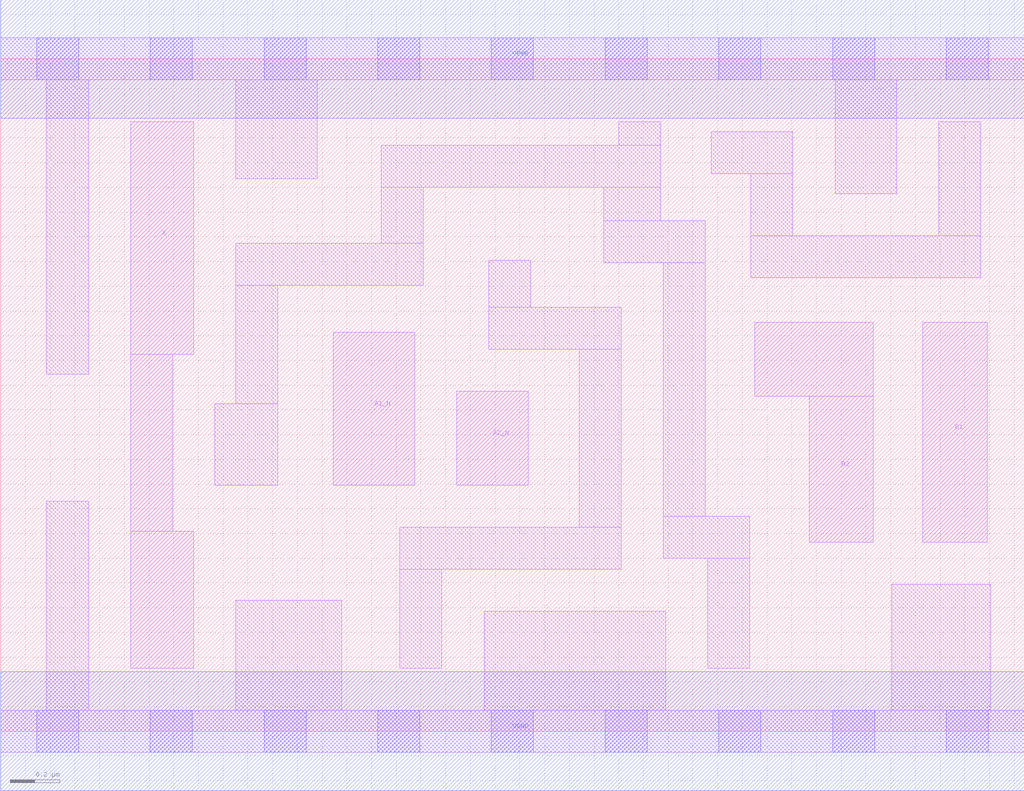
<source format=lef>
# Copyright 2020 The SkyWater PDK Authors
#
# Licensed under the Apache License, Version 2.0 (the "License");
# you may not use this file except in compliance with the License.
# You may obtain a copy of the License at
#
#     https://www.apache.org/licenses/LICENSE-2.0
#
# Unless required by applicable law or agreed to in writing, software
# distributed under the License is distributed on an "AS IS" BASIS,
# WITHOUT WARRANTIES OR CONDITIONS OF ANY KIND, either express or implied.
# See the License for the specific language governing permissions and
# limitations under the License.
#
# SPDX-License-Identifier: Apache-2.0

VERSION 5.7 ;
  NAMESCASESENSITIVE ON ;
  NOWIREEXTENSIONATPIN ON ;
  DIVIDERCHAR "/" ;
  BUSBITCHARS "[]" ;
UNITS
  DATABASE MICRONS 200 ;
END UNITS
MACRO sky130_fd_sc_hd__a2bb2o_2
  CLASS CORE ;
  SOURCE USER ;
  FOREIGN sky130_fd_sc_hd__a2bb2o_2 ;
  ORIGIN  0.000000  0.000000 ;
  SIZE  4.140000 BY  2.720000 ;
  SYMMETRY X Y R90 ;
  SITE unithd ;
  PIN A1_N
    ANTENNAGATEAREA  0.159000 ;
    DIRECTION INPUT ;
    USE SIGNAL ;
    PORT
      LAYER li1 ;
        RECT 1.345000 0.995000 1.675000 1.615000 ;
    END
  END A1_N
  PIN A2_N
    ANTENNAGATEAREA  0.159000 ;
    DIRECTION INPUT ;
    USE SIGNAL ;
    PORT
      LAYER li1 ;
        RECT 1.845000 0.995000 2.135000 1.375000 ;
    END
  END A2_N
  PIN B1
    ANTENNAGATEAREA  0.159000 ;
    DIRECTION INPUT ;
    USE SIGNAL ;
    PORT
      LAYER li1 ;
        RECT 3.730000 0.765000 3.990000 1.655000 ;
    END
  END B1
  PIN B2
    ANTENNAGATEAREA  0.159000 ;
    DIRECTION INPUT ;
    USE SIGNAL ;
    PORT
      LAYER li1 ;
        RECT 3.050000 1.355000 3.530000 1.655000 ;
        RECT 3.270000 0.765000 3.530000 1.355000 ;
    END
  END B2
  PIN X
    ANTENNADIFFAREA  0.445500 ;
    DIRECTION OUTPUT ;
    USE SIGNAL ;
    PORT
      LAYER li1 ;
        RECT 0.525000 0.255000 0.780000 0.810000 ;
        RECT 0.525000 0.810000 0.695000 1.525000 ;
        RECT 0.525000 1.525000 0.780000 2.465000 ;
    END
  END X
  PIN VGND
    DIRECTION INOUT ;
    SHAPE ABUTMENT ;
    USE GROUND ;
    PORT
      LAYER met1 ;
        RECT 0.000000 -0.240000 4.140000 0.240000 ;
    END
  END VGND
  PIN VPWR
    DIRECTION INOUT ;
    SHAPE ABUTMENT ;
    USE POWER ;
    PORT
      LAYER met1 ;
        RECT 0.000000 2.480000 4.140000 2.960000 ;
    END
  END VPWR
  OBS
    LAYER li1 ;
      RECT 0.000000 -0.085000 4.140000 0.085000 ;
      RECT 0.000000  2.635000 4.140000 2.805000 ;
      RECT 0.185000  0.085000 0.355000 0.930000 ;
      RECT 0.185000  1.445000 0.355000 2.635000 ;
      RECT 0.865000  0.995000 1.120000 1.325000 ;
      RECT 0.950000  0.085000 1.380000 0.530000 ;
      RECT 0.950000  1.325000 1.120000 1.805000 ;
      RECT 0.950000  1.805000 1.710000 1.975000 ;
      RECT 0.950000  2.235000 1.280000 2.635000 ;
      RECT 1.540000  1.975000 1.710000 2.200000 ;
      RECT 1.540000  2.200000 2.670000 2.370000 ;
      RECT 1.615000  0.255000 1.785000 0.655000 ;
      RECT 1.615000  0.655000 2.510000 0.825000 ;
      RECT 1.955000  0.085000 2.690000 0.485000 ;
      RECT 1.975000  1.545000 2.510000 1.715000 ;
      RECT 1.975000  1.715000 2.145000 1.905000 ;
      RECT 2.340000  0.825000 2.510000 1.545000 ;
      RECT 2.440000  1.895000 2.850000 2.065000 ;
      RECT 2.440000  2.065000 2.670000 2.200000 ;
      RECT 2.500000  2.370000 2.670000 2.465000 ;
      RECT 2.680000  0.700000 3.030000 0.870000 ;
      RECT 2.680000  0.870000 2.850000 1.895000 ;
      RECT 2.860000  0.255000 3.030000 0.700000 ;
      RECT 2.875000  2.255000 3.205000 2.425000 ;
      RECT 3.035000  1.835000 3.965000 2.005000 ;
      RECT 3.035000  2.005000 3.205000 2.255000 ;
      RECT 3.375000  2.175000 3.625000 2.635000 ;
      RECT 3.605000  0.085000 4.005000 0.595000 ;
      RECT 3.795000  2.005000 3.965000 2.465000 ;
    LAYER mcon ;
      RECT 0.145000 -0.085000 0.315000 0.085000 ;
      RECT 0.145000  2.635000 0.315000 2.805000 ;
      RECT 0.605000 -0.085000 0.775000 0.085000 ;
      RECT 0.605000  2.635000 0.775000 2.805000 ;
      RECT 1.065000 -0.085000 1.235000 0.085000 ;
      RECT 1.065000  2.635000 1.235000 2.805000 ;
      RECT 1.525000 -0.085000 1.695000 0.085000 ;
      RECT 1.525000  2.635000 1.695000 2.805000 ;
      RECT 1.985000 -0.085000 2.155000 0.085000 ;
      RECT 1.985000  2.635000 2.155000 2.805000 ;
      RECT 2.445000 -0.085000 2.615000 0.085000 ;
      RECT 2.445000  2.635000 2.615000 2.805000 ;
      RECT 2.905000 -0.085000 3.075000 0.085000 ;
      RECT 2.905000  2.635000 3.075000 2.805000 ;
      RECT 3.365000 -0.085000 3.535000 0.085000 ;
      RECT 3.365000  2.635000 3.535000 2.805000 ;
      RECT 3.825000 -0.085000 3.995000 0.085000 ;
      RECT 3.825000  2.635000 3.995000 2.805000 ;
  END
END sky130_fd_sc_hd__a2bb2o_2
END LIBRARY

</source>
